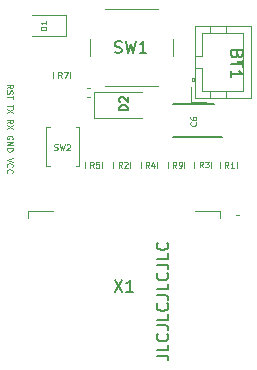
<source format=gbr>
G04 #@! TF.GenerationSoftware,KiCad,Pcbnew,(5.1.9)-1*
G04 #@! TF.CreationDate,2021-03-01T14:20:39+01:00*
G04 #@! TF.ProjectId,button_timer_v1.2.1_lipo,62757474-6f6e-45f7-9469-6d65725f7631,rev?*
G04 #@! TF.SameCoordinates,Original*
G04 #@! TF.FileFunction,Legend,Top*
G04 #@! TF.FilePolarity,Positive*
%FSLAX46Y46*%
G04 Gerber Fmt 4.6, Leading zero omitted, Abs format (unit mm)*
G04 Created by KiCad (PCBNEW (5.1.9)-1) date 2021-03-01 14:20:39*
%MOMM*%
%LPD*%
G01*
G04 APERTURE LIST*
%ADD10C,0.125000*%
%ADD11C,0.150000*%
%ADD12C,0.120000*%
%ADD13C,0.200000*%
G04 APERTURE END LIST*
D10*
X115673809Y-67691428D02*
X115911904Y-67524761D01*
X115673809Y-67405714D02*
X116173809Y-67405714D01*
X116173809Y-67596190D01*
X116150000Y-67643809D01*
X116126190Y-67667619D01*
X116078571Y-67691428D01*
X116007142Y-67691428D01*
X115959523Y-67667619D01*
X115935714Y-67643809D01*
X115911904Y-67596190D01*
X115911904Y-67405714D01*
X115697619Y-67881904D02*
X115673809Y-67953333D01*
X115673809Y-68072380D01*
X115697619Y-68120000D01*
X115721428Y-68143809D01*
X115769047Y-68167619D01*
X115816666Y-68167619D01*
X115864285Y-68143809D01*
X115888095Y-68120000D01*
X115911904Y-68072380D01*
X115935714Y-67977142D01*
X115959523Y-67929523D01*
X115983333Y-67905714D01*
X116030952Y-67881904D01*
X116078571Y-67881904D01*
X116126190Y-67905714D01*
X116150000Y-67929523D01*
X116173809Y-67977142D01*
X116173809Y-68096190D01*
X116150000Y-68167619D01*
X116173809Y-68310476D02*
X116173809Y-68596190D01*
X115673809Y-68453333D02*
X116173809Y-68453333D01*
X116173809Y-69072380D02*
X116173809Y-69358095D01*
X115673809Y-69215238D02*
X116173809Y-69215238D01*
X116173809Y-69477142D02*
X115673809Y-69810476D01*
X116173809Y-69810476D02*
X115673809Y-69477142D01*
X115673809Y-70667619D02*
X115911904Y-70500952D01*
X115673809Y-70381904D02*
X116173809Y-70381904D01*
X116173809Y-70572380D01*
X116150000Y-70620000D01*
X116126190Y-70643809D01*
X116078571Y-70667619D01*
X116007142Y-70667619D01*
X115959523Y-70643809D01*
X115935714Y-70620000D01*
X115911904Y-70572380D01*
X115911904Y-70381904D01*
X116173809Y-70834285D02*
X115673809Y-71167619D01*
X116173809Y-71167619D02*
X115673809Y-70834285D01*
X116150000Y-72000952D02*
X116173809Y-71953333D01*
X116173809Y-71881904D01*
X116150000Y-71810476D01*
X116102380Y-71762857D01*
X116054761Y-71739047D01*
X115959523Y-71715238D01*
X115888095Y-71715238D01*
X115792857Y-71739047D01*
X115745238Y-71762857D01*
X115697619Y-71810476D01*
X115673809Y-71881904D01*
X115673809Y-71929523D01*
X115697619Y-72000952D01*
X115721428Y-72024761D01*
X115888095Y-72024761D01*
X115888095Y-71929523D01*
X115673809Y-72239047D02*
X116173809Y-72239047D01*
X115673809Y-72524761D01*
X116173809Y-72524761D01*
X115673809Y-72762857D02*
X116173809Y-72762857D01*
X116173809Y-72881904D01*
X116150000Y-72953333D01*
X116102380Y-73000952D01*
X116054761Y-73024761D01*
X115959523Y-73048571D01*
X115888095Y-73048571D01*
X115792857Y-73024761D01*
X115745238Y-73000952D01*
X115697619Y-72953333D01*
X115673809Y-72881904D01*
X115673809Y-72762857D01*
X116173809Y-73572380D02*
X115673809Y-73739047D01*
X116173809Y-73905714D01*
X115721428Y-74358095D02*
X115697619Y-74334285D01*
X115673809Y-74262857D01*
X115673809Y-74215238D01*
X115697619Y-74143809D01*
X115745238Y-74096190D01*
X115792857Y-74072380D01*
X115888095Y-74048571D01*
X115959523Y-74048571D01*
X116054761Y-74072380D01*
X116102380Y-74096190D01*
X116150000Y-74143809D01*
X116173809Y-74215238D01*
X116173809Y-74262857D01*
X116150000Y-74334285D01*
X116126190Y-74358095D01*
X115721428Y-74858095D02*
X115697619Y-74834285D01*
X115673809Y-74762857D01*
X115673809Y-74715238D01*
X115697619Y-74643809D01*
X115745238Y-74596190D01*
X115792857Y-74572380D01*
X115888095Y-74548571D01*
X115959523Y-74548571D01*
X116054761Y-74572380D01*
X116102380Y-74596190D01*
X116150000Y-74643809D01*
X116173809Y-74715238D01*
X116173809Y-74762857D01*
X116150000Y-74834285D01*
X116126190Y-74858095D01*
D11*
X128357380Y-90344047D02*
X129071666Y-90344047D01*
X129214523Y-90391666D01*
X129309761Y-90486904D01*
X129357380Y-90629761D01*
X129357380Y-90725000D01*
X129357380Y-89391666D02*
X129357380Y-89867857D01*
X128357380Y-89867857D01*
X129262142Y-88486904D02*
X129309761Y-88534523D01*
X129357380Y-88677380D01*
X129357380Y-88772619D01*
X129309761Y-88915476D01*
X129214523Y-89010714D01*
X129119285Y-89058333D01*
X128928809Y-89105952D01*
X128785952Y-89105952D01*
X128595476Y-89058333D01*
X128500238Y-89010714D01*
X128405000Y-88915476D01*
X128357380Y-88772619D01*
X128357380Y-88677380D01*
X128405000Y-88534523D01*
X128452619Y-88486904D01*
X128357380Y-87772619D02*
X129071666Y-87772619D01*
X129214523Y-87820238D01*
X129309761Y-87915476D01*
X129357380Y-88058333D01*
X129357380Y-88153571D01*
X129357380Y-86820238D02*
X129357380Y-87296428D01*
X128357380Y-87296428D01*
X129262142Y-85915476D02*
X129309761Y-85963095D01*
X129357380Y-86105952D01*
X129357380Y-86201190D01*
X129309761Y-86344047D01*
X129214523Y-86439285D01*
X129119285Y-86486904D01*
X128928809Y-86534523D01*
X128785952Y-86534523D01*
X128595476Y-86486904D01*
X128500238Y-86439285D01*
X128405000Y-86344047D01*
X128357380Y-86201190D01*
X128357380Y-86105952D01*
X128405000Y-85963095D01*
X128452619Y-85915476D01*
X128357380Y-85201190D02*
X129071666Y-85201190D01*
X129214523Y-85248809D01*
X129309761Y-85344047D01*
X129357380Y-85486904D01*
X129357380Y-85582142D01*
X129357380Y-84248809D02*
X129357380Y-84725000D01*
X128357380Y-84725000D01*
X129262142Y-83344047D02*
X129309761Y-83391666D01*
X129357380Y-83534523D01*
X129357380Y-83629761D01*
X129309761Y-83772619D01*
X129214523Y-83867857D01*
X129119285Y-83915476D01*
X128928809Y-83963095D01*
X128785952Y-83963095D01*
X128595476Y-83915476D01*
X128500238Y-83867857D01*
X128405000Y-83772619D01*
X128357380Y-83629761D01*
X128357380Y-83534523D01*
X128405000Y-83391666D01*
X128452619Y-83344047D01*
X128357380Y-82629761D02*
X129071666Y-82629761D01*
X129214523Y-82677380D01*
X129309761Y-82772619D01*
X129357380Y-82915476D01*
X129357380Y-83010714D01*
X129357380Y-81677380D02*
X129357380Y-82153571D01*
X128357380Y-82153571D01*
X129262142Y-80772619D02*
X129309761Y-80820238D01*
X129357380Y-80963095D01*
X129357380Y-81058333D01*
X129309761Y-81201190D01*
X129214523Y-81296428D01*
X129119285Y-81344047D01*
X128928809Y-81391666D01*
X128785952Y-81391666D01*
X128595476Y-81344047D01*
X128500238Y-81296428D01*
X128405000Y-81201190D01*
X128357380Y-81058333D01*
X128357380Y-80963095D01*
X128405000Y-80820238D01*
X128452619Y-80772619D01*
D12*
G04 #@! TO.C,X1*
X117480000Y-78700000D02*
X117480000Y-78080000D01*
X117480000Y-78080000D02*
X119600000Y-78080000D01*
X131600000Y-78080000D02*
X133720000Y-78080000D01*
X133720000Y-78080000D02*
X133720000Y-78700000D01*
G04 #@! TO.C,D2*
X127129500Y-68003000D02*
X123044500Y-68003000D01*
X123044500Y-68003000D02*
X123044500Y-70173000D01*
X123044500Y-70173000D02*
X127129500Y-70173000D01*
G04 #@! TO.C,D1*
X117800000Y-63310000D02*
X120685000Y-63310000D01*
X120685000Y-63310000D02*
X120685000Y-61490000D01*
X120685000Y-61490000D02*
X117800000Y-61490000D01*
D13*
G04 #@! TO.C,C6*
X129725480Y-71829120D02*
X133850480Y-71829120D01*
X133225480Y-69029120D02*
X129725480Y-69029120D01*
D12*
G04 #@! TO.C,C7*
X135340355Y-78434520D02*
X135108685Y-78434520D01*
G04 #@! TO.C,R9*
X130710000Y-73938748D02*
X130710000Y-74461252D01*
X129290000Y-73938748D02*
X129290000Y-74461252D01*
G04 #@! TO.C,R7*
X121010000Y-66338748D02*
X121010000Y-66861252D01*
X119590000Y-66338748D02*
X119590000Y-66861252D01*
G04 #@! TO.C,R5*
X123710000Y-73938748D02*
X123710000Y-74461252D01*
X122290000Y-73938748D02*
X122290000Y-74461252D01*
G04 #@! TO.C,R4*
X128410000Y-73938748D02*
X128410000Y-74461252D01*
X126990000Y-73938748D02*
X126990000Y-74461252D01*
G04 #@! TO.C,R3*
X132967800Y-73906748D02*
X132967800Y-74429252D01*
X131547800Y-73906748D02*
X131547800Y-74429252D01*
G04 #@! TO.C,R2*
X126110000Y-73938748D02*
X126110000Y-74461252D01*
X124690000Y-73938748D02*
X124690000Y-74461252D01*
G04 #@! TO.C,R1*
X135126800Y-73957548D02*
X135126800Y-74480052D01*
X133706800Y-73957548D02*
X133706800Y-74480052D01*
G04 #@! TO.C,SW2*
X118996000Y-70994000D02*
X119296000Y-70994000D01*
X118996000Y-74294000D02*
X118996000Y-70994000D01*
X119296000Y-74294000D02*
X118996000Y-74294000D01*
X121796000Y-70994000D02*
X121496000Y-70994000D01*
X121796000Y-74294000D02*
X121796000Y-70994000D01*
X121496000Y-74294000D02*
X121796000Y-74294000D01*
G04 #@! TO.C,SW1*
X129750000Y-65000000D02*
X129750000Y-63500000D01*
X128500000Y-61000000D02*
X124000000Y-61000000D01*
X122750000Y-63500000D02*
X122750000Y-65000000D01*
X124000000Y-67500000D02*
X128500000Y-67500000D01*
G04 #@! TO.C,C4*
X122439165Y-68432000D02*
X122670835Y-68432000D01*
X122439165Y-67712000D02*
X122670835Y-67712000D01*
G04 #@! TO.C,BT1*
X131590000Y-68560000D02*
X136310000Y-68560000D01*
X136310000Y-68560000D02*
X136310000Y-62440000D01*
X136310000Y-62440000D02*
X131590000Y-62440000D01*
X131590000Y-62440000D02*
X131590000Y-68560000D01*
X131590000Y-66800000D02*
X131390000Y-66800000D01*
X131390000Y-66800000D02*
X131390000Y-67100000D01*
X131390000Y-67100000D02*
X131590000Y-67100000D01*
X131490000Y-66800000D02*
X131490000Y-67100000D01*
X131590000Y-66000000D02*
X132200000Y-66000000D01*
X132200000Y-66000000D02*
X132200000Y-67950000D01*
X132200000Y-67950000D02*
X135700000Y-67950000D01*
X135700000Y-67950000D02*
X135700000Y-63050000D01*
X135700000Y-63050000D02*
X132200000Y-63050000D01*
X132200000Y-63050000D02*
X132200000Y-65000000D01*
X132200000Y-65000000D02*
X131590000Y-65000000D01*
X132900000Y-68560000D02*
X132900000Y-67950000D01*
X134200000Y-68560000D02*
X134200000Y-67950000D01*
X132900000Y-62440000D02*
X132900000Y-63050000D01*
X134200000Y-62440000D02*
X134200000Y-63050000D01*
X135700000Y-65600000D02*
X135200000Y-65600000D01*
X135200000Y-65600000D02*
X135200000Y-65400000D01*
X135200000Y-65400000D02*
X135700000Y-65400000D01*
X135700000Y-65500000D02*
X135200000Y-65500000D01*
X131290000Y-67610000D02*
X131290000Y-68860000D01*
X131290000Y-68860000D02*
X132540000Y-68860000D01*
G04 #@! TO.C,X1*
D11*
X124790476Y-83937380D02*
X125457142Y-84937380D01*
X125457142Y-83937380D02*
X124790476Y-84937380D01*
X126361904Y-84937380D02*
X125790476Y-84937380D01*
X126076190Y-84937380D02*
X126076190Y-83937380D01*
X125980952Y-84080238D01*
X125885714Y-84175476D01*
X125790476Y-84223095D01*
G04 #@! TO.C,D2*
X125896166Y-69504666D02*
X125196166Y-69504666D01*
X125196166Y-69338000D01*
X125229500Y-69238000D01*
X125296166Y-69171333D01*
X125362833Y-69138000D01*
X125496166Y-69104666D01*
X125596166Y-69104666D01*
X125729500Y-69138000D01*
X125796166Y-69171333D01*
X125862833Y-69238000D01*
X125896166Y-69338000D01*
X125896166Y-69504666D01*
X125262833Y-68838000D02*
X125229500Y-68804666D01*
X125196166Y-68738000D01*
X125196166Y-68571333D01*
X125229500Y-68504666D01*
X125262833Y-68471333D01*
X125329500Y-68438000D01*
X125396166Y-68438000D01*
X125496166Y-68471333D01*
X125896166Y-68871333D01*
X125896166Y-68438000D01*
G04 #@! TO.C,D1*
D10*
X119026190Y-62769047D02*
X118526190Y-62769047D01*
X118526190Y-62650000D01*
X118550000Y-62578571D01*
X118597619Y-62530952D01*
X118645238Y-62507142D01*
X118740476Y-62483333D01*
X118811904Y-62483333D01*
X118907142Y-62507142D01*
X118954761Y-62530952D01*
X119002380Y-62578571D01*
X119026190Y-62650000D01*
X119026190Y-62769047D01*
X119026190Y-62007142D02*
X119026190Y-62292857D01*
X119026190Y-62150000D02*
X118526190Y-62150000D01*
X118597619Y-62197619D01*
X118645238Y-62245238D01*
X118669047Y-62292857D01*
G04 #@! TO.C,C6*
X131654051Y-70562453D02*
X131677860Y-70586262D01*
X131701670Y-70657691D01*
X131701670Y-70705310D01*
X131677860Y-70776739D01*
X131630241Y-70824358D01*
X131582622Y-70848167D01*
X131487384Y-70871977D01*
X131415956Y-70871977D01*
X131320718Y-70848167D01*
X131273099Y-70824358D01*
X131225480Y-70776739D01*
X131201670Y-70705310D01*
X131201670Y-70657691D01*
X131225480Y-70586262D01*
X131249289Y-70562453D01*
X131201670Y-70133881D02*
X131201670Y-70229120D01*
X131225480Y-70276739D01*
X131249289Y-70300548D01*
X131320718Y-70348167D01*
X131415956Y-70371977D01*
X131606432Y-70371977D01*
X131654051Y-70348167D01*
X131677860Y-70324358D01*
X131701670Y-70276739D01*
X131701670Y-70181500D01*
X131677860Y-70133881D01*
X131654051Y-70110072D01*
X131606432Y-70086262D01*
X131487384Y-70086262D01*
X131439765Y-70110072D01*
X131415956Y-70133881D01*
X131392146Y-70181500D01*
X131392146Y-70276739D01*
X131415956Y-70324358D01*
X131439765Y-70348167D01*
X131487384Y-70371977D01*
G04 #@! TO.C,R9*
X130016666Y-74426190D02*
X129850000Y-74188095D01*
X129730952Y-74426190D02*
X129730952Y-73926190D01*
X129921428Y-73926190D01*
X129969047Y-73950000D01*
X129992857Y-73973809D01*
X130016666Y-74021428D01*
X130016666Y-74092857D01*
X129992857Y-74140476D01*
X129969047Y-74164285D01*
X129921428Y-74188095D01*
X129730952Y-74188095D01*
X130254761Y-74426190D02*
X130350000Y-74426190D01*
X130397619Y-74402380D01*
X130421428Y-74378571D01*
X130469047Y-74307142D01*
X130492857Y-74211904D01*
X130492857Y-74021428D01*
X130469047Y-73973809D01*
X130445238Y-73950000D01*
X130397619Y-73926190D01*
X130302380Y-73926190D01*
X130254761Y-73950000D01*
X130230952Y-73973809D01*
X130207142Y-74021428D01*
X130207142Y-74140476D01*
X130230952Y-74188095D01*
X130254761Y-74211904D01*
X130302380Y-74235714D01*
X130397619Y-74235714D01*
X130445238Y-74211904D01*
X130469047Y-74188095D01*
X130492857Y-74140476D01*
G04 #@! TO.C,R7*
X120316666Y-66826190D02*
X120150000Y-66588095D01*
X120030952Y-66826190D02*
X120030952Y-66326190D01*
X120221428Y-66326190D01*
X120269047Y-66350000D01*
X120292857Y-66373809D01*
X120316666Y-66421428D01*
X120316666Y-66492857D01*
X120292857Y-66540476D01*
X120269047Y-66564285D01*
X120221428Y-66588095D01*
X120030952Y-66588095D01*
X120483333Y-66326190D02*
X120816666Y-66326190D01*
X120602380Y-66826190D01*
G04 #@! TO.C,R5*
X123016666Y-74426190D02*
X122850000Y-74188095D01*
X122730952Y-74426190D02*
X122730952Y-73926190D01*
X122921428Y-73926190D01*
X122969047Y-73950000D01*
X122992857Y-73973809D01*
X123016666Y-74021428D01*
X123016666Y-74092857D01*
X122992857Y-74140476D01*
X122969047Y-74164285D01*
X122921428Y-74188095D01*
X122730952Y-74188095D01*
X123469047Y-73926190D02*
X123230952Y-73926190D01*
X123207142Y-74164285D01*
X123230952Y-74140476D01*
X123278571Y-74116666D01*
X123397619Y-74116666D01*
X123445238Y-74140476D01*
X123469047Y-74164285D01*
X123492857Y-74211904D01*
X123492857Y-74330952D01*
X123469047Y-74378571D01*
X123445238Y-74402380D01*
X123397619Y-74426190D01*
X123278571Y-74426190D01*
X123230952Y-74402380D01*
X123207142Y-74378571D01*
G04 #@! TO.C,R4*
X127716666Y-74426190D02*
X127550000Y-74188095D01*
X127430952Y-74426190D02*
X127430952Y-73926190D01*
X127621428Y-73926190D01*
X127669047Y-73950000D01*
X127692857Y-73973809D01*
X127716666Y-74021428D01*
X127716666Y-74092857D01*
X127692857Y-74140476D01*
X127669047Y-74164285D01*
X127621428Y-74188095D01*
X127430952Y-74188095D01*
X128145238Y-74092857D02*
X128145238Y-74426190D01*
X128026190Y-73902380D02*
X127907142Y-74259523D01*
X128216666Y-74259523D01*
G04 #@! TO.C,R3*
X132274466Y-74394190D02*
X132107800Y-74156095D01*
X131988752Y-74394190D02*
X131988752Y-73894190D01*
X132179228Y-73894190D01*
X132226847Y-73918000D01*
X132250657Y-73941809D01*
X132274466Y-73989428D01*
X132274466Y-74060857D01*
X132250657Y-74108476D01*
X132226847Y-74132285D01*
X132179228Y-74156095D01*
X131988752Y-74156095D01*
X132441133Y-73894190D02*
X132750657Y-73894190D01*
X132583990Y-74084666D01*
X132655419Y-74084666D01*
X132703038Y-74108476D01*
X132726847Y-74132285D01*
X132750657Y-74179904D01*
X132750657Y-74298952D01*
X132726847Y-74346571D01*
X132703038Y-74370380D01*
X132655419Y-74394190D01*
X132512561Y-74394190D01*
X132464942Y-74370380D01*
X132441133Y-74346571D01*
G04 #@! TO.C,R2*
X125416666Y-74426190D02*
X125250000Y-74188095D01*
X125130952Y-74426190D02*
X125130952Y-73926190D01*
X125321428Y-73926190D01*
X125369047Y-73950000D01*
X125392857Y-73973809D01*
X125416666Y-74021428D01*
X125416666Y-74092857D01*
X125392857Y-74140476D01*
X125369047Y-74164285D01*
X125321428Y-74188095D01*
X125130952Y-74188095D01*
X125607142Y-73973809D02*
X125630952Y-73950000D01*
X125678571Y-73926190D01*
X125797619Y-73926190D01*
X125845238Y-73950000D01*
X125869047Y-73973809D01*
X125892857Y-74021428D01*
X125892857Y-74069047D01*
X125869047Y-74140476D01*
X125583333Y-74426190D01*
X125892857Y-74426190D01*
G04 #@! TO.C,R1*
X134433466Y-74444990D02*
X134266800Y-74206895D01*
X134147752Y-74444990D02*
X134147752Y-73944990D01*
X134338228Y-73944990D01*
X134385847Y-73968800D01*
X134409657Y-73992609D01*
X134433466Y-74040228D01*
X134433466Y-74111657D01*
X134409657Y-74159276D01*
X134385847Y-74183085D01*
X134338228Y-74206895D01*
X134147752Y-74206895D01*
X134909657Y-74444990D02*
X134623942Y-74444990D01*
X134766800Y-74444990D02*
X134766800Y-73944990D01*
X134719180Y-74016419D01*
X134671561Y-74064038D01*
X134623942Y-74087847D01*
G04 #@! TO.C,SW2*
X119679333Y-72896380D02*
X119750761Y-72920190D01*
X119869809Y-72920190D01*
X119917428Y-72896380D01*
X119941238Y-72872571D01*
X119965047Y-72824952D01*
X119965047Y-72777333D01*
X119941238Y-72729714D01*
X119917428Y-72705904D01*
X119869809Y-72682095D01*
X119774571Y-72658285D01*
X119726952Y-72634476D01*
X119703142Y-72610666D01*
X119679333Y-72563047D01*
X119679333Y-72515428D01*
X119703142Y-72467809D01*
X119726952Y-72444000D01*
X119774571Y-72420190D01*
X119893619Y-72420190D01*
X119965047Y-72444000D01*
X120131714Y-72420190D02*
X120250761Y-72920190D01*
X120346000Y-72563047D01*
X120441238Y-72920190D01*
X120560285Y-72420190D01*
X120726952Y-72467809D02*
X120750761Y-72444000D01*
X120798380Y-72420190D01*
X120917428Y-72420190D01*
X120965047Y-72444000D01*
X120988857Y-72467809D01*
X121012666Y-72515428D01*
X121012666Y-72563047D01*
X120988857Y-72634476D01*
X120703142Y-72920190D01*
X121012666Y-72920190D01*
G04 #@! TO.C,SW1*
D11*
X124816666Y-64654761D02*
X124959523Y-64702380D01*
X125197619Y-64702380D01*
X125292857Y-64654761D01*
X125340476Y-64607142D01*
X125388095Y-64511904D01*
X125388095Y-64416666D01*
X125340476Y-64321428D01*
X125292857Y-64273809D01*
X125197619Y-64226190D01*
X125007142Y-64178571D01*
X124911904Y-64130952D01*
X124864285Y-64083333D01*
X124816666Y-63988095D01*
X124816666Y-63892857D01*
X124864285Y-63797619D01*
X124911904Y-63750000D01*
X125007142Y-63702380D01*
X125245238Y-63702380D01*
X125388095Y-63750000D01*
X125721428Y-63702380D02*
X125959523Y-64702380D01*
X126150000Y-63988095D01*
X126340476Y-64702380D01*
X126578571Y-63702380D01*
X127483333Y-64702380D02*
X126911904Y-64702380D01*
X127197619Y-64702380D02*
X127197619Y-63702380D01*
X127102380Y-63845238D01*
X127007142Y-63940476D01*
X126911904Y-63988095D01*
G04 #@! TO.C,BT1*
X135171428Y-64814285D02*
X135123809Y-64957142D01*
X135076190Y-65004761D01*
X134980952Y-65052380D01*
X134838095Y-65052380D01*
X134742857Y-65004761D01*
X134695238Y-64957142D01*
X134647619Y-64861904D01*
X134647619Y-64480952D01*
X135647619Y-64480952D01*
X135647619Y-64814285D01*
X135600000Y-64909523D01*
X135552380Y-64957142D01*
X135457142Y-65004761D01*
X135361904Y-65004761D01*
X135266666Y-64957142D01*
X135219047Y-64909523D01*
X135171428Y-64814285D01*
X135171428Y-64480952D01*
X135647619Y-65338095D02*
X135647619Y-65909523D01*
X134647619Y-65623809D02*
X135647619Y-65623809D01*
X134647619Y-66766666D02*
X134647619Y-66195238D01*
X134647619Y-66480952D02*
X135647619Y-66480952D01*
X135504761Y-66385714D01*
X135409523Y-66290476D01*
X135361904Y-66195238D01*
G04 #@! TD*
M02*

</source>
